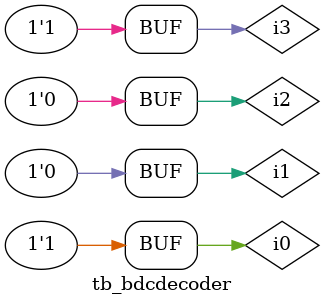
<source format=v>
`timescale 1ns / 1ps


module tb_bdcdecoder;
    reg i0;
    reg i1;
    reg i2;
    reg i3;
    wire a;
    wire b;
    wire c;
    wire d;
    wire e;
    wire f;
    wire g;
    wire an0;
    wire an1;
    wire an2;
    wire an3;
    
    bdcdecoder uut(
    .i0(i0),
    .i1(i1),
    .i2(i2),
    .i3(i3),
    .a(a),
    .b(b),
    .c(c),
    .d(d),
    .e(e),
    .f(f),
    .g(g),
    .an0(an0),
    .an1(an1),
    .an2(an2),
    .an3(an3)
    );
    
 initial begin
 
 i0 = 0;
 i1 = 0;
 i2 = 0;
 i3 = 0;
 
 #50  
 
 i0 = 0;
 i1 = 0;
 i2 = 0;
 i3 = 0;
 
 #50 
 
 i0 = 0;
 i1 = 0;
 i2 = 0;
 i3 = 1;
 
 
 #50 
 
 i0 = 0;
 i1 = 0;
 i2 = 1;
 i3 = 0;
 
 
 #50 
 
 i0 = 0;
 i1 = 0;
 i2 = 1;
 i3 = 1;
 
 
 #50 
 
 i0 = 0;
 i1 = 1;
 i2 = 0;
 i3 = 0;
 
 
 #50 
 
 i0 = 0;
 i1 = 1;
 i2 = 0;
 i3 = 1;
 
 
 #50 
 
 i0 = 0;
 i1 = 1;
 i2 = 1;
 i3 = 0;
 
 
 #50 
 
 i0 = 0;
 i1 = 1;
 i2 = 1;
 i3 = 1;
 
 
 #50 
 
 i0 = 1;
 i1 = 0;
 i2 = 0;
 i3 = 0;
 
 
 #50 
 
 i0 = 1;
 i1 = 0;
 i2 = 0;
 i3 = 1;
 
 end
endmodule

</source>
